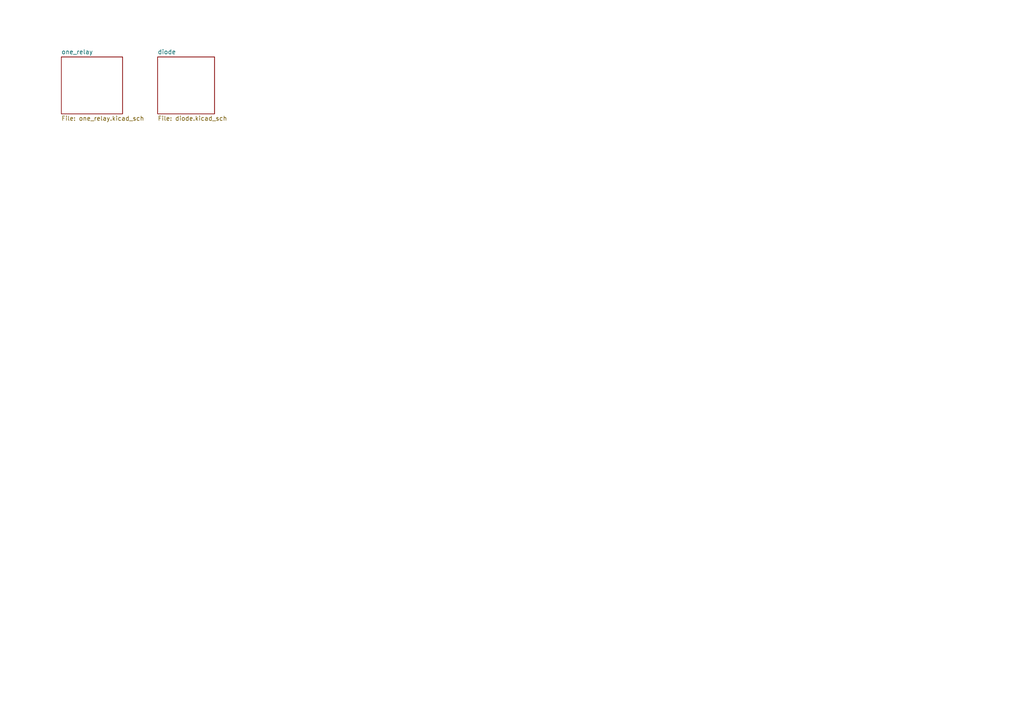
<source format=kicad_sch>
(kicad_sch
	(version 20250114)
	(generator "eeschema")
	(generator_version "9.0")
	(uuid "5c1fc490-b475-4768-befc-b1eff004344c")
	(paper "A4")
	(lib_symbols)
	(sheet
		(at 17.78 16.51)
		(size 17.78 16.51)
		(exclude_from_sim no)
		(in_bom yes)
		(on_board yes)
		(dnp no)
		(fields_autoplaced yes)
		(stroke
			(width 0.1524)
			(type solid)
		)
		(fill
			(color 0 0 0 0.0000)
		)
		(uuid "29323379-3f3e-40dc-be76-5e0048e112d6")
		(property "Sheetname" "one_relay"
			(at 17.78 15.7984 0)
			(effects
				(font
					(size 1.27 1.27)
				)
				(justify left bottom)
			)
		)
		(property "Sheetfile" "one_relay.kicad_sch"
			(at 17.78 33.6046 0)
			(effects
				(font
					(size 1.27 1.27)
				)
				(justify left top)
			)
		)
		(instances
			(project "relay"
				(path "/5c1fc490-b475-4768-befc-b1eff004344c"
					(page "2")
				)
			)
		)
	)
	(sheet
		(at 45.72 16.51)
		(size 16.51 16.51)
		(exclude_from_sim no)
		(in_bom yes)
		(on_board yes)
		(dnp no)
		(fields_autoplaced yes)
		(stroke
			(width 0.1524)
			(type solid)
		)
		(fill
			(color 0 0 0 0.0000)
		)
		(uuid "ccd65fec-d987-4712-9a47-dcefdd26f975")
		(property "Sheetname" "diode"
			(at 45.72 15.7984 0)
			(effects
				(font
					(size 1.27 1.27)
				)
				(justify left bottom)
			)
		)
		(property "Sheetfile" "diode.kicad_sch"
			(at 45.72 33.6046 0)
			(effects
				(font
					(size 1.27 1.27)
				)
				(justify left top)
			)
		)
		(instances
			(project "relay"
				(path "/5c1fc490-b475-4768-befc-b1eff004344c"
					(page "3")
				)
			)
		)
	)
	(sheet_instances
		(path "/"
			(page "1")
		)
	)
	(embedded_fonts no)
)

</source>
